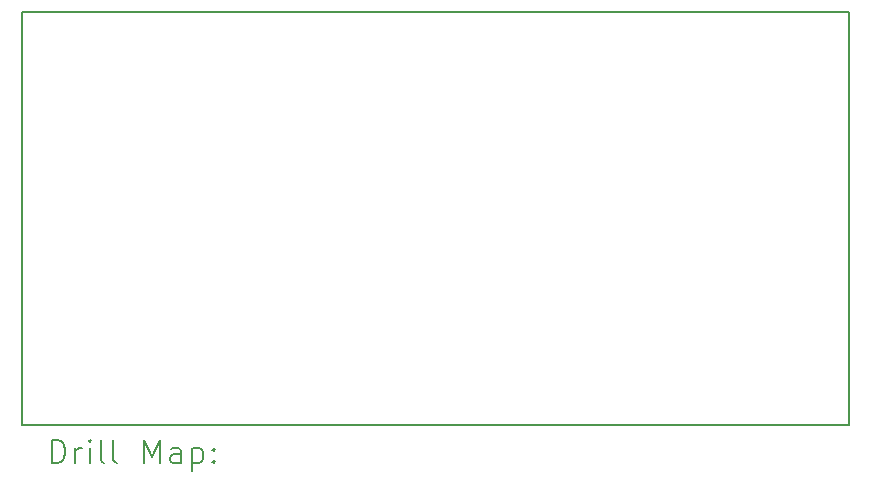
<source format=gbr>
%TF.GenerationSoftware,KiCad,Pcbnew,8.0.1*%
%TF.CreationDate,2024-09-25T01:00:24+02:00*%
%TF.ProjectId,speckle_amp_pcb_rev1,73706563-6b6c-4655-9f61-6d705f706362,rev?*%
%TF.SameCoordinates,Original*%
%TF.FileFunction,Drillmap*%
%TF.FilePolarity,Positive*%
%FSLAX45Y45*%
G04 Gerber Fmt 4.5, Leading zero omitted, Abs format (unit mm)*
G04 Created by KiCad (PCBNEW 8.0.1) date 2024-09-25 01:00:24*
%MOMM*%
%LPD*%
G01*
G04 APERTURE LIST*
%ADD10C,0.200000*%
G04 APERTURE END LIST*
D10*
X14635000Y-8760000D02*
X21635000Y-8760000D01*
X21635000Y-12260000D01*
X14635000Y-12260000D01*
X14635000Y-8760000D01*
X14885777Y-12581484D02*
X14885777Y-12381484D01*
X14885777Y-12381484D02*
X14933396Y-12381484D01*
X14933396Y-12381484D02*
X14961967Y-12391008D01*
X14961967Y-12391008D02*
X14981015Y-12410055D01*
X14981015Y-12410055D02*
X14990539Y-12429103D01*
X14990539Y-12429103D02*
X15000062Y-12467198D01*
X15000062Y-12467198D02*
X15000062Y-12495769D01*
X15000062Y-12495769D02*
X14990539Y-12533865D01*
X14990539Y-12533865D02*
X14981015Y-12552912D01*
X14981015Y-12552912D02*
X14961967Y-12571960D01*
X14961967Y-12571960D02*
X14933396Y-12581484D01*
X14933396Y-12581484D02*
X14885777Y-12581484D01*
X15085777Y-12581484D02*
X15085777Y-12448150D01*
X15085777Y-12486246D02*
X15095301Y-12467198D01*
X15095301Y-12467198D02*
X15104824Y-12457674D01*
X15104824Y-12457674D02*
X15123872Y-12448150D01*
X15123872Y-12448150D02*
X15142920Y-12448150D01*
X15209586Y-12581484D02*
X15209586Y-12448150D01*
X15209586Y-12381484D02*
X15200062Y-12391008D01*
X15200062Y-12391008D02*
X15209586Y-12400531D01*
X15209586Y-12400531D02*
X15219110Y-12391008D01*
X15219110Y-12391008D02*
X15209586Y-12381484D01*
X15209586Y-12381484D02*
X15209586Y-12400531D01*
X15333396Y-12581484D02*
X15314348Y-12571960D01*
X15314348Y-12571960D02*
X15304824Y-12552912D01*
X15304824Y-12552912D02*
X15304824Y-12381484D01*
X15438158Y-12581484D02*
X15419110Y-12571960D01*
X15419110Y-12571960D02*
X15409586Y-12552912D01*
X15409586Y-12552912D02*
X15409586Y-12381484D01*
X15666729Y-12581484D02*
X15666729Y-12381484D01*
X15666729Y-12381484D02*
X15733396Y-12524341D01*
X15733396Y-12524341D02*
X15800062Y-12381484D01*
X15800062Y-12381484D02*
X15800062Y-12581484D01*
X15981015Y-12581484D02*
X15981015Y-12476722D01*
X15981015Y-12476722D02*
X15971491Y-12457674D01*
X15971491Y-12457674D02*
X15952443Y-12448150D01*
X15952443Y-12448150D02*
X15914348Y-12448150D01*
X15914348Y-12448150D02*
X15895301Y-12457674D01*
X15981015Y-12571960D02*
X15961967Y-12581484D01*
X15961967Y-12581484D02*
X15914348Y-12581484D01*
X15914348Y-12581484D02*
X15895301Y-12571960D01*
X15895301Y-12571960D02*
X15885777Y-12552912D01*
X15885777Y-12552912D02*
X15885777Y-12533865D01*
X15885777Y-12533865D02*
X15895301Y-12514817D01*
X15895301Y-12514817D02*
X15914348Y-12505293D01*
X15914348Y-12505293D02*
X15961967Y-12505293D01*
X15961967Y-12505293D02*
X15981015Y-12495769D01*
X16076253Y-12448150D02*
X16076253Y-12648150D01*
X16076253Y-12457674D02*
X16095301Y-12448150D01*
X16095301Y-12448150D02*
X16133396Y-12448150D01*
X16133396Y-12448150D02*
X16152443Y-12457674D01*
X16152443Y-12457674D02*
X16161967Y-12467198D01*
X16161967Y-12467198D02*
X16171491Y-12486246D01*
X16171491Y-12486246D02*
X16171491Y-12543388D01*
X16171491Y-12543388D02*
X16161967Y-12562436D01*
X16161967Y-12562436D02*
X16152443Y-12571960D01*
X16152443Y-12571960D02*
X16133396Y-12581484D01*
X16133396Y-12581484D02*
X16095301Y-12581484D01*
X16095301Y-12581484D02*
X16076253Y-12571960D01*
X16257205Y-12562436D02*
X16266729Y-12571960D01*
X16266729Y-12571960D02*
X16257205Y-12581484D01*
X16257205Y-12581484D02*
X16247682Y-12571960D01*
X16247682Y-12571960D02*
X16257205Y-12562436D01*
X16257205Y-12562436D02*
X16257205Y-12581484D01*
X16257205Y-12457674D02*
X16266729Y-12467198D01*
X16266729Y-12467198D02*
X16257205Y-12476722D01*
X16257205Y-12476722D02*
X16247682Y-12467198D01*
X16247682Y-12467198D02*
X16257205Y-12457674D01*
X16257205Y-12457674D02*
X16257205Y-12476722D01*
M02*

</source>
